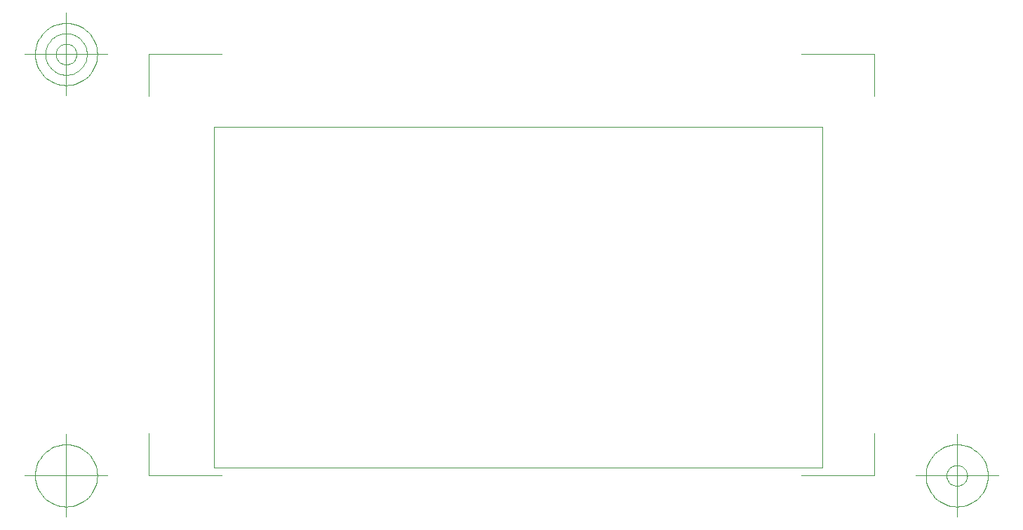
<source format=gbr>
G04 Generated by Ultiboard *
%FSLAX25Y25*%
%MOMM*%

%ADD10C,0.00100*%
%ADD11C,0.10000*%


%LNBoard Outline*%
%LPD*%
%FSLAX25Y25*%
%MOMM*%
G54D10*
X0Y0D02*
X7340600Y0D01*
X7340600Y0D02*
X7340600Y4114800D01*
X7340600Y4114800D02*
X0Y4114800D01*
X0Y4114800D02*
X0Y0D01*
G54D11*
X-787400Y-93958D02*
X-787400Y414929D01*
X-787400Y-93958D02*
X87376Y-93958D01*
X7960360Y-93958D02*
X7085584Y-93958D01*
X7960360Y-93958D02*
X7960360Y414929D01*
X7960360Y4994910D02*
X7960360Y4486023D01*
X7960360Y4994910D02*
X7085584Y4994910D01*
X-787400Y4994910D02*
X87376Y4994910D01*
X-787400Y4994910D02*
X-787400Y4486023D01*
X-1287400Y-93958D02*
X-2287400Y-93958D01*
X-1787400Y-593958D02*
X-1787400Y406042D01*
X-1412400Y-93958D02*
X-1414206Y-57201D01*
X-1414206Y-57201D02*
X-1419606Y-20799D01*
X-1419606Y-20799D02*
X-1428547Y14899D01*
X-1428547Y14899D02*
X-1440945Y49549D01*
X-1440945Y49549D02*
X-1456680Y82816D01*
X-1456680Y82816D02*
X-1475599Y114381D01*
X-1475599Y114381D02*
X-1497521Y143940D01*
X-1497521Y143940D02*
X-1522235Y171207D01*
X-1522235Y171207D02*
X-1549503Y195921D01*
X-1549503Y195921D02*
X-1579061Y217843D01*
X-1579061Y217843D02*
X-1610626Y236763D01*
X-1610626Y236763D02*
X-1643894Y252497D01*
X-1643894Y252497D02*
X-1678543Y264895D01*
X-1678543Y264895D02*
X-1714241Y273837D01*
X-1714241Y273837D02*
X-1750644Y279237D01*
X-1750644Y279237D02*
X-1787400Y281042D01*
X-1787400Y281042D02*
X-1824156Y279237D01*
X-1824156Y279237D02*
X-1860559Y273837D01*
X-1860559Y273837D02*
X-1896257Y264895D01*
X-1896257Y264895D02*
X-1930906Y252497D01*
X-1930906Y252497D02*
X-1964174Y236763D01*
X-1964174Y236763D02*
X-1995739Y217843D01*
X-1995739Y217843D02*
X-2025297Y195921D01*
X-2025297Y195921D02*
X-2052565Y171207D01*
X-2052565Y171207D02*
X-2077279Y143940D01*
X-2077279Y143940D02*
X-2099201Y114381D01*
X-2099201Y114381D02*
X-2118120Y82816D01*
X-2118120Y82816D02*
X-2133855Y49549D01*
X-2133855Y49549D02*
X-2146253Y14899D01*
X-2146253Y14899D02*
X-2155194Y-20799D01*
X-2155194Y-20799D02*
X-2160594Y-57201D01*
X-2160594Y-57201D02*
X-2162400Y-93958D01*
X-2162400Y-93958D02*
X-2160594Y-130714D01*
X-2160594Y-130714D02*
X-2155194Y-167116D01*
X-2155194Y-167116D02*
X-2146253Y-202814D01*
X-2146253Y-202814D02*
X-2133855Y-237464D01*
X-2133855Y-237464D02*
X-2118120Y-270731D01*
X-2118120Y-270731D02*
X-2099201Y-302296D01*
X-2099201Y-302296D02*
X-2077279Y-331855D01*
X-2077279Y-331855D02*
X-2052565Y-359123D01*
X-2052565Y-359123D02*
X-2025297Y-383837D01*
X-2025297Y-383837D02*
X-1995739Y-405759D01*
X-1995739Y-405759D02*
X-1964174Y-424678D01*
X-1964174Y-424678D02*
X-1930906Y-440412D01*
X-1930906Y-440412D02*
X-1896257Y-452810D01*
X-1896257Y-452810D02*
X-1860559Y-461752D01*
X-1860559Y-461752D02*
X-1824156Y-467152D01*
X-1824156Y-467152D02*
X-1787400Y-468958D01*
X-1787400Y-468958D02*
X-1750644Y-467152D01*
X-1750644Y-467152D02*
X-1714241Y-461752D01*
X-1714241Y-461752D02*
X-1678543Y-452810D01*
X-1678543Y-452810D02*
X-1643894Y-440412D01*
X-1643894Y-440412D02*
X-1610626Y-424678D01*
X-1610626Y-424678D02*
X-1579061Y-405759D01*
X-1579061Y-405759D02*
X-1549503Y-383837D01*
X-1549503Y-383837D02*
X-1522235Y-359123D01*
X-1522235Y-359123D02*
X-1497521Y-331855D01*
X-1497521Y-331855D02*
X-1475599Y-302296D01*
X-1475599Y-302296D02*
X-1456680Y-270731D01*
X-1456680Y-270731D02*
X-1440945Y-237464D01*
X-1440945Y-237464D02*
X-1428547Y-202814D01*
X-1428547Y-202814D02*
X-1419606Y-167116D01*
X-1419606Y-167116D02*
X-1414206Y-130714D01*
X-1414206Y-130714D02*
X-1412400Y-93958D01*
X8460360Y-93958D02*
X9460360Y-93958D01*
X8960360Y-593958D02*
X8960360Y406042D01*
X9335360Y-93958D02*
X9333554Y-57201D01*
X9333554Y-57201D02*
X9328154Y-20799D01*
X9328154Y-20799D02*
X9319213Y14899D01*
X9319213Y14899D02*
X9306815Y49549D01*
X9306815Y49549D02*
X9291080Y82816D01*
X9291080Y82816D02*
X9272161Y114381D01*
X9272161Y114381D02*
X9250239Y143940D01*
X9250239Y143940D02*
X9225525Y171207D01*
X9225525Y171207D02*
X9198257Y195921D01*
X9198257Y195921D02*
X9168699Y217843D01*
X9168699Y217843D02*
X9137134Y236763D01*
X9137134Y236763D02*
X9103866Y252497D01*
X9103866Y252497D02*
X9069217Y264895D01*
X9069217Y264895D02*
X9033519Y273837D01*
X9033519Y273837D02*
X8997116Y279237D01*
X8997116Y279237D02*
X8960360Y281042D01*
X8960360Y281042D02*
X8923604Y279237D01*
X8923604Y279237D02*
X8887201Y273837D01*
X8887201Y273837D02*
X8851503Y264895D01*
X8851503Y264895D02*
X8816854Y252497D01*
X8816854Y252497D02*
X8783586Y236763D01*
X8783586Y236763D02*
X8752021Y217843D01*
X8752021Y217843D02*
X8722463Y195921D01*
X8722463Y195921D02*
X8695195Y171207D01*
X8695195Y171207D02*
X8670481Y143940D01*
X8670481Y143940D02*
X8648559Y114381D01*
X8648559Y114381D02*
X8629640Y82816D01*
X8629640Y82816D02*
X8613905Y49549D01*
X8613905Y49549D02*
X8601507Y14899D01*
X8601507Y14899D02*
X8592566Y-20799D01*
X8592566Y-20799D02*
X8587166Y-57201D01*
X8587166Y-57201D02*
X8585360Y-93958D01*
X8585360Y-93958D02*
X8587166Y-130714D01*
X8587166Y-130714D02*
X8592566Y-167116D01*
X8592566Y-167116D02*
X8601507Y-202814D01*
X8601507Y-202814D02*
X8613905Y-237464D01*
X8613905Y-237464D02*
X8629640Y-270731D01*
X8629640Y-270731D02*
X8648559Y-302296D01*
X8648559Y-302296D02*
X8670481Y-331855D01*
X8670481Y-331855D02*
X8695195Y-359123D01*
X8695195Y-359123D02*
X8722463Y-383837D01*
X8722463Y-383837D02*
X8752021Y-405759D01*
X8752021Y-405759D02*
X8783586Y-424678D01*
X8783586Y-424678D02*
X8816854Y-440412D01*
X8816854Y-440412D02*
X8851503Y-452810D01*
X8851503Y-452810D02*
X8887201Y-461752D01*
X8887201Y-461752D02*
X8923604Y-467152D01*
X8923604Y-467152D02*
X8960360Y-468958D01*
X8960360Y-468958D02*
X8997116Y-467152D01*
X8997116Y-467152D02*
X9033519Y-461752D01*
X9033519Y-461752D02*
X9069217Y-452810D01*
X9069217Y-452810D02*
X9103866Y-440412D01*
X9103866Y-440412D02*
X9137134Y-424678D01*
X9137134Y-424678D02*
X9168699Y-405759D01*
X9168699Y-405759D02*
X9198257Y-383837D01*
X9198257Y-383837D02*
X9225525Y-359123D01*
X9225525Y-359123D02*
X9250239Y-331855D01*
X9250239Y-331855D02*
X9272161Y-302296D01*
X9272161Y-302296D02*
X9291080Y-270731D01*
X9291080Y-270731D02*
X9306815Y-237464D01*
X9306815Y-237464D02*
X9319213Y-202814D01*
X9319213Y-202814D02*
X9328154Y-167116D01*
X9328154Y-167116D02*
X9333554Y-130714D01*
X9333554Y-130714D02*
X9335360Y-93958D01*
X9085360Y-93958D02*
X9084758Y-81706D01*
X9084758Y-81706D02*
X9082958Y-69571D01*
X9082958Y-69571D02*
X9079978Y-57672D01*
X9079978Y-57672D02*
X9075845Y-46122D01*
X9075845Y-46122D02*
X9070600Y-35033D01*
X9070600Y-35033D02*
X9064294Y-24511D01*
X9064294Y-24511D02*
X9056986Y-14659D01*
X9056986Y-14659D02*
X9048748Y-5569D01*
X9048748Y-5569D02*
X9039659Y2669D01*
X9039659Y2669D02*
X9029806Y9976D01*
X9029806Y9976D02*
X9019285Y16282D01*
X9019285Y16282D02*
X9008195Y21527D01*
X9008195Y21527D02*
X8996646Y25660D01*
X8996646Y25660D02*
X8984746Y28640D01*
X8984746Y28640D02*
X8972612Y30440D01*
X8972612Y30440D02*
X8960360Y31042D01*
X8960360Y31042D02*
X8948108Y30440D01*
X8948108Y30440D02*
X8935974Y28640D01*
X8935974Y28640D02*
X8924075Y25660D01*
X8924075Y25660D02*
X8912525Y21527D01*
X8912525Y21527D02*
X8901436Y16282D01*
X8901436Y16282D02*
X8890914Y9976D01*
X8890914Y9976D02*
X8881061Y2669D01*
X8881061Y2669D02*
X8871972Y-5569D01*
X8871972Y-5569D02*
X8863734Y-14659D01*
X8863734Y-14659D02*
X8856426Y-24511D01*
X8856426Y-24511D02*
X8850120Y-35033D01*
X8850120Y-35033D02*
X8844875Y-46122D01*
X8844875Y-46122D02*
X8840743Y-57672D01*
X8840743Y-57672D02*
X8837762Y-69571D01*
X8837762Y-69571D02*
X8835962Y-81706D01*
X8835962Y-81706D02*
X8835360Y-93958D01*
X8835360Y-93958D02*
X8835962Y-106210D01*
X8835962Y-106210D02*
X8837762Y-118344D01*
X8837762Y-118344D02*
X8840743Y-130243D01*
X8840743Y-130243D02*
X8844875Y-141793D01*
X8844875Y-141793D02*
X8850120Y-152882D01*
X8850120Y-152882D02*
X8856426Y-163404D01*
X8856426Y-163404D02*
X8863734Y-173257D01*
X8863734Y-173257D02*
X8871972Y-182346D01*
X8871972Y-182346D02*
X8881061Y-190584D01*
X8881061Y-190584D02*
X8890914Y-197891D01*
X8890914Y-197891D02*
X8901436Y-204198D01*
X8901436Y-204198D02*
X8912525Y-209443D01*
X8912525Y-209443D02*
X8924075Y-213575D01*
X8924075Y-213575D02*
X8935974Y-216556D01*
X8935974Y-216556D02*
X8948108Y-218356D01*
X8948108Y-218356D02*
X8960360Y-218958D01*
X8960360Y-218958D02*
X8972612Y-218356D01*
X8972612Y-218356D02*
X8984746Y-216556D01*
X8984746Y-216556D02*
X8996646Y-213575D01*
X8996646Y-213575D02*
X9008195Y-209443D01*
X9008195Y-209443D02*
X9019285Y-204198D01*
X9019285Y-204198D02*
X9029806Y-197891D01*
X9029806Y-197891D02*
X9039659Y-190584D01*
X9039659Y-190584D02*
X9048748Y-182346D01*
X9048748Y-182346D02*
X9056986Y-173257D01*
X9056986Y-173257D02*
X9064294Y-163404D01*
X9064294Y-163404D02*
X9070600Y-152882D01*
X9070600Y-152882D02*
X9075845Y-141793D01*
X9075845Y-141793D02*
X9079978Y-130243D01*
X9079978Y-130243D02*
X9082958Y-118344D01*
X9082958Y-118344D02*
X9084758Y-106210D01*
X9084758Y-106210D02*
X9085360Y-93958D01*
X-1287400Y4994910D02*
X-2287400Y4994910D01*
X-1787400Y4494910D02*
X-1787400Y5494910D01*
X-1412400Y4994910D02*
X-1414206Y5031666D01*
X-1414206Y5031666D02*
X-1419606Y5068069D01*
X-1419606Y5068069D02*
X-1428547Y5103767D01*
X-1428547Y5103767D02*
X-1440945Y5138416D01*
X-1440945Y5138416D02*
X-1456680Y5171684D01*
X-1456680Y5171684D02*
X-1475599Y5203249D01*
X-1475599Y5203249D02*
X-1497521Y5232807D01*
X-1497521Y5232807D02*
X-1522235Y5260075D01*
X-1522235Y5260075D02*
X-1549503Y5284789D01*
X-1549503Y5284789D02*
X-1579061Y5306711D01*
X-1579061Y5306711D02*
X-1610626Y5325630D01*
X-1610626Y5325630D02*
X-1643894Y5341365D01*
X-1643894Y5341365D02*
X-1678543Y5353763D01*
X-1678543Y5353763D02*
X-1714241Y5362704D01*
X-1714241Y5362704D02*
X-1750644Y5368104D01*
X-1750644Y5368104D02*
X-1787400Y5369910D01*
X-1787400Y5369910D02*
X-1824156Y5368104D01*
X-1824156Y5368104D02*
X-1860559Y5362704D01*
X-1860559Y5362704D02*
X-1896257Y5353763D01*
X-1896257Y5353763D02*
X-1930906Y5341365D01*
X-1930906Y5341365D02*
X-1964174Y5325630D01*
X-1964174Y5325630D02*
X-1995739Y5306711D01*
X-1995739Y5306711D02*
X-2025297Y5284789D01*
X-2025297Y5284789D02*
X-2052565Y5260075D01*
X-2052565Y5260075D02*
X-2077279Y5232807D01*
X-2077279Y5232807D02*
X-2099201Y5203249D01*
X-2099201Y5203249D02*
X-2118120Y5171684D01*
X-2118120Y5171684D02*
X-2133855Y5138416D01*
X-2133855Y5138416D02*
X-2146253Y5103767D01*
X-2146253Y5103767D02*
X-2155194Y5068069D01*
X-2155194Y5068069D02*
X-2160594Y5031666D01*
X-2160594Y5031666D02*
X-2162400Y4994910D01*
X-2162400Y4994910D02*
X-2160594Y4958154D01*
X-2160594Y4958154D02*
X-2155194Y4921751D01*
X-2155194Y4921751D02*
X-2146253Y4886053D01*
X-2146253Y4886053D02*
X-2133855Y4851404D01*
X-2133855Y4851404D02*
X-2118120Y4818136D01*
X-2118120Y4818136D02*
X-2099201Y4786571D01*
X-2099201Y4786571D02*
X-2077279Y4757013D01*
X-2077279Y4757013D02*
X-2052565Y4729745D01*
X-2052565Y4729745D02*
X-2025297Y4705031D01*
X-2025297Y4705031D02*
X-1995739Y4683109D01*
X-1995739Y4683109D02*
X-1964174Y4664190D01*
X-1964174Y4664190D02*
X-1930906Y4648455D01*
X-1930906Y4648455D02*
X-1896257Y4636057D01*
X-1896257Y4636057D02*
X-1860559Y4627116D01*
X-1860559Y4627116D02*
X-1824156Y4621716D01*
X-1824156Y4621716D02*
X-1787400Y4619910D01*
X-1787400Y4619910D02*
X-1750644Y4621716D01*
X-1750644Y4621716D02*
X-1714241Y4627116D01*
X-1714241Y4627116D02*
X-1678543Y4636057D01*
X-1678543Y4636057D02*
X-1643894Y4648455D01*
X-1643894Y4648455D02*
X-1610626Y4664190D01*
X-1610626Y4664190D02*
X-1579061Y4683109D01*
X-1579061Y4683109D02*
X-1549503Y4705031D01*
X-1549503Y4705031D02*
X-1522235Y4729745D01*
X-1522235Y4729745D02*
X-1497521Y4757013D01*
X-1497521Y4757013D02*
X-1475599Y4786571D01*
X-1475599Y4786571D02*
X-1456680Y4818136D01*
X-1456680Y4818136D02*
X-1440945Y4851404D01*
X-1440945Y4851404D02*
X-1428547Y4886053D01*
X-1428547Y4886053D02*
X-1419606Y4921751D01*
X-1419606Y4921751D02*
X-1414206Y4958154D01*
X-1414206Y4958154D02*
X-1412400Y4994910D01*
X-1537400Y4994910D02*
X-1538604Y5019414D01*
X-1538604Y5019414D02*
X-1542204Y5043683D01*
X-1542204Y5043683D02*
X-1548165Y5067481D01*
X-1548165Y5067481D02*
X-1556430Y5090581D01*
X-1556430Y5090581D02*
X-1566920Y5112759D01*
X-1566920Y5112759D02*
X-1579533Y5133803D01*
X-1579533Y5133803D02*
X-1594147Y5153508D01*
X-1594147Y5153508D02*
X-1610623Y5171687D01*
X-1610623Y5171687D02*
X-1628802Y5188163D01*
X-1628802Y5188163D02*
X-1648508Y5202777D01*
X-1648508Y5202777D02*
X-1669551Y5215390D01*
X-1669551Y5215390D02*
X-1691729Y5225880D01*
X-1691729Y5225880D02*
X-1714829Y5234145D01*
X-1714829Y5234145D02*
X-1738628Y5240106D01*
X-1738628Y5240106D02*
X-1762896Y5243706D01*
X-1762896Y5243706D02*
X-1787400Y5244910D01*
X-1787400Y5244910D02*
X-1811904Y5243706D01*
X-1811904Y5243706D02*
X-1836173Y5240106D01*
X-1836173Y5240106D02*
X-1859971Y5234145D01*
X-1859971Y5234145D02*
X-1883071Y5225880D01*
X-1883071Y5225880D02*
X-1905249Y5215390D01*
X-1905249Y5215390D02*
X-1926293Y5202777D01*
X-1926293Y5202777D02*
X-1945998Y5188163D01*
X-1945998Y5188163D02*
X-1964177Y5171687D01*
X-1964177Y5171687D02*
X-1980653Y5153508D01*
X-1980653Y5153508D02*
X-1995267Y5133803D01*
X-1995267Y5133803D02*
X-2007880Y5112759D01*
X-2007880Y5112759D02*
X-2018370Y5090581D01*
X-2018370Y5090581D02*
X-2026635Y5067481D01*
X-2026635Y5067481D02*
X-2032596Y5043683D01*
X-2032596Y5043683D02*
X-2036196Y5019414D01*
X-2036196Y5019414D02*
X-2037400Y4994910D01*
X-2037400Y4994910D02*
X-2036196Y4970406D01*
X-2036196Y4970406D02*
X-2032596Y4946138D01*
X-2032596Y4946138D02*
X-2026635Y4922339D01*
X-2026635Y4922339D02*
X-2018370Y4899239D01*
X-2018370Y4899239D02*
X-2007880Y4877061D01*
X-2007880Y4877061D02*
X-1995267Y4856018D01*
X-1995267Y4856018D02*
X-1980653Y4836312D01*
X-1980653Y4836312D02*
X-1964177Y4818133D01*
X-1964177Y4818133D02*
X-1945998Y4801657D01*
X-1945998Y4801657D02*
X-1926293Y4787043D01*
X-1926293Y4787043D02*
X-1905249Y4774430D01*
X-1905249Y4774430D02*
X-1883071Y4763940D01*
X-1883071Y4763940D02*
X-1859971Y4755675D01*
X-1859971Y4755675D02*
X-1836173Y4749714D01*
X-1836173Y4749714D02*
X-1811904Y4746114D01*
X-1811904Y4746114D02*
X-1787400Y4744910D01*
X-1787400Y4744910D02*
X-1762896Y4746114D01*
X-1762896Y4746114D02*
X-1738628Y4749714D01*
X-1738628Y4749714D02*
X-1714829Y4755675D01*
X-1714829Y4755675D02*
X-1691729Y4763940D01*
X-1691729Y4763940D02*
X-1669551Y4774430D01*
X-1669551Y4774430D02*
X-1648508Y4787043D01*
X-1648508Y4787043D02*
X-1628802Y4801657D01*
X-1628802Y4801657D02*
X-1610623Y4818133D01*
X-1610623Y4818133D02*
X-1594147Y4836312D01*
X-1594147Y4836312D02*
X-1579533Y4856018D01*
X-1579533Y4856018D02*
X-1566920Y4877061D01*
X-1566920Y4877061D02*
X-1556430Y4899239D01*
X-1556430Y4899239D02*
X-1548165Y4922339D01*
X-1548165Y4922339D02*
X-1542204Y4946138D01*
X-1542204Y4946138D02*
X-1538604Y4970406D01*
X-1538604Y4970406D02*
X-1537400Y4994910D01*
X-1662400Y4994910D02*
X-1663002Y5007162D01*
X-1663002Y5007162D02*
X-1664802Y5019296D01*
X-1664802Y5019296D02*
X-1667783Y5031196D01*
X-1667783Y5031196D02*
X-1671915Y5042745D01*
X-1671915Y5042745D02*
X-1677160Y5053835D01*
X-1677160Y5053835D02*
X-1683466Y5064356D01*
X-1683466Y5064356D02*
X-1690774Y5074209D01*
X-1690774Y5074209D02*
X-1699012Y5083298D01*
X-1699012Y5083298D02*
X-1708101Y5091536D01*
X-1708101Y5091536D02*
X-1717954Y5098844D01*
X-1717954Y5098844D02*
X-1728476Y5105150D01*
X-1728476Y5105150D02*
X-1739565Y5110395D01*
X-1739565Y5110395D02*
X-1751115Y5114528D01*
X-1751115Y5114528D02*
X-1763014Y5117508D01*
X-1763014Y5117508D02*
X-1775148Y5119308D01*
X-1775148Y5119308D02*
X-1787400Y5119910D01*
X-1787400Y5119910D02*
X-1799652Y5119308D01*
X-1799652Y5119308D02*
X-1811786Y5117508D01*
X-1811786Y5117508D02*
X-1823686Y5114528D01*
X-1823686Y5114528D02*
X-1835235Y5110395D01*
X-1835235Y5110395D02*
X-1846325Y5105150D01*
X-1846325Y5105150D02*
X-1856846Y5098844D01*
X-1856846Y5098844D02*
X-1866699Y5091536D01*
X-1866699Y5091536D02*
X-1875788Y5083298D01*
X-1875788Y5083298D02*
X-1884026Y5074209D01*
X-1884026Y5074209D02*
X-1891334Y5064356D01*
X-1891334Y5064356D02*
X-1897640Y5053835D01*
X-1897640Y5053835D02*
X-1902885Y5042745D01*
X-1902885Y5042745D02*
X-1907018Y5031196D01*
X-1907018Y5031196D02*
X-1909998Y5019296D01*
X-1909998Y5019296D02*
X-1911798Y5007162D01*
X-1911798Y5007162D02*
X-1912400Y4994910D01*
X-1912400Y4994910D02*
X-1911798Y4982658D01*
X-1911798Y4982658D02*
X-1909998Y4970524D01*
X-1909998Y4970524D02*
X-1907018Y4958625D01*
X-1907018Y4958625D02*
X-1902885Y4947075D01*
X-1902885Y4947075D02*
X-1897640Y4935986D01*
X-1897640Y4935986D02*
X-1891334Y4925464D01*
X-1891334Y4925464D02*
X-1884026Y4915611D01*
X-1884026Y4915611D02*
X-1875788Y4906522D01*
X-1875788Y4906522D02*
X-1866699Y4898284D01*
X-1866699Y4898284D02*
X-1856846Y4890976D01*
X-1856846Y4890976D02*
X-1846325Y4884670D01*
X-1846325Y4884670D02*
X-1835235Y4879425D01*
X-1835235Y4879425D02*
X-1823686Y4875293D01*
X-1823686Y4875293D02*
X-1811786Y4872312D01*
X-1811786Y4872312D02*
X-1799652Y4870512D01*
X-1799652Y4870512D02*
X-1787400Y4869910D01*
X-1787400Y4869910D02*
X-1775148Y4870512D01*
X-1775148Y4870512D02*
X-1763014Y4872312D01*
X-1763014Y4872312D02*
X-1751115Y4875293D01*
X-1751115Y4875293D02*
X-1739565Y4879425D01*
X-1739565Y4879425D02*
X-1728476Y4884670D01*
X-1728476Y4884670D02*
X-1717954Y4890976D01*
X-1717954Y4890976D02*
X-1708101Y4898284D01*
X-1708101Y4898284D02*
X-1699012Y4906522D01*
X-1699012Y4906522D02*
X-1690774Y4915611D01*
X-1690774Y4915611D02*
X-1683466Y4925464D01*
X-1683466Y4925464D02*
X-1677160Y4935986D01*
X-1677160Y4935986D02*
X-1671915Y4947075D01*
X-1671915Y4947075D02*
X-1667783Y4958625D01*
X-1667783Y4958625D02*
X-1664802Y4970524D01*
X-1664802Y4970524D02*
X-1663002Y4982658D01*
X-1663002Y4982658D02*
X-1662400Y4994910D01*

M00*

</source>
